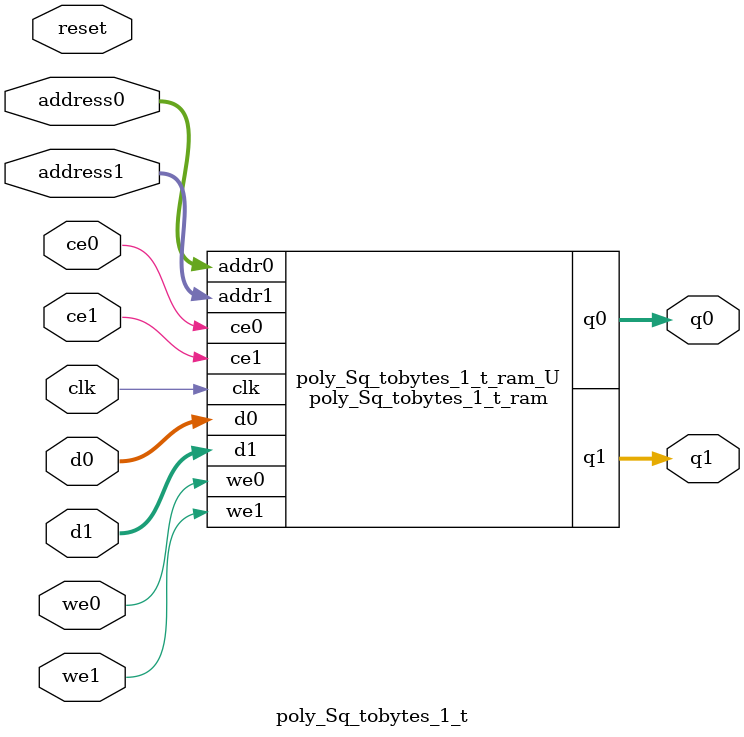
<source format=v>
`timescale 1 ns / 1 ps
module poly_Sq_tobytes_1_t_ram (addr0, ce0, d0, we0, q0, addr1, ce1, d1, we1, q1,  clk);

parameter DWIDTH = 16;
parameter AWIDTH = 3;
parameter MEM_SIZE = 8;

input[AWIDTH-1:0] addr0;
input ce0;
input[DWIDTH-1:0] d0;
input we0;
output reg[DWIDTH-1:0] q0;
input[AWIDTH-1:0] addr1;
input ce1;
input[DWIDTH-1:0] d1;
input we1;
output reg[DWIDTH-1:0] q1;
input clk;

(* ram_style = "block" *)reg [DWIDTH-1:0] ram[0:MEM_SIZE-1];




always @(posedge clk)  
begin 
    if (ce0) 
    begin
        if (we0) 
        begin 
            ram[addr0] <= d0; 
        end 
        q0 <= ram[addr0];
    end
end


always @(posedge clk)  
begin 
    if (ce1) 
    begin
        if (we1) 
        begin 
            ram[addr1] <= d1; 
        end 
        q1 <= ram[addr1];
    end
end


endmodule

`timescale 1 ns / 1 ps
module poly_Sq_tobytes_1_t(
    reset,
    clk,
    address0,
    ce0,
    we0,
    d0,
    q0,
    address1,
    ce1,
    we1,
    d1,
    q1);

parameter DataWidth = 32'd16;
parameter AddressRange = 32'd8;
parameter AddressWidth = 32'd3;
input reset;
input clk;
input[AddressWidth - 1:0] address0;
input ce0;
input we0;
input[DataWidth - 1:0] d0;
output[DataWidth - 1:0] q0;
input[AddressWidth - 1:0] address1;
input ce1;
input we1;
input[DataWidth - 1:0] d1;
output[DataWidth - 1:0] q1;



poly_Sq_tobytes_1_t_ram poly_Sq_tobytes_1_t_ram_U(
    .clk( clk ),
    .addr0( address0 ),
    .ce0( ce0 ),
    .we0( we0 ),
    .d0( d0 ),
    .q0( q0 ),
    .addr1( address1 ),
    .ce1( ce1 ),
    .we1( we1 ),
    .d1( d1 ),
    .q1( q1 ));

endmodule


</source>
